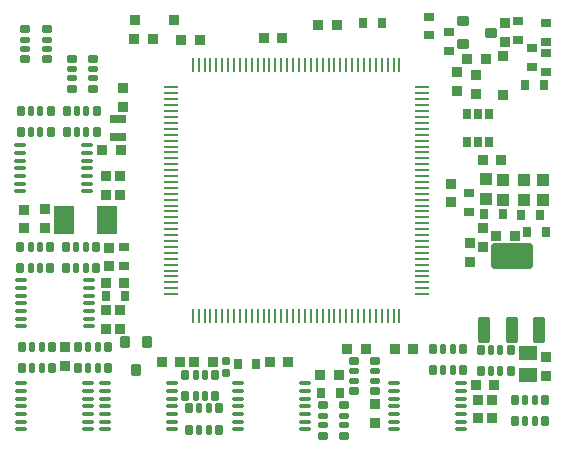
<source format=gtp>
G04*
G04 #@! TF.GenerationSoftware,Altium Limited,Altium Designer,20.2.7 (254)*
G04*
G04 Layer_Color=8421504*
%FSLAX25Y25*%
%MOIN*%
G70*
G04*
G04 #@! TF.SameCoordinates,3777F252-AF5A-4096-8F86-E26498AB5466*
G04*
G04*
G04 #@! TF.FilePolarity,Positive*
G04*
G01*
G75*
G04:AMPARAMS|DCode=17|XSize=27.56mil|YSize=36.22mil|CornerRadius=2.76mil|HoleSize=0mil|Usage=FLASHONLY|Rotation=180.000|XOffset=0mil|YOffset=0mil|HoleType=Round|Shape=RoundedRectangle|*
%AMROUNDEDRECTD17*
21,1,0.02756,0.03071,0,0,180.0*
21,1,0.02205,0.03622,0,0,180.0*
1,1,0.00551,-0.01102,0.01535*
1,1,0.00551,0.01102,0.01535*
1,1,0.00551,0.01102,-0.01535*
1,1,0.00551,-0.01102,-0.01535*
%
%ADD17ROUNDEDRECTD17*%
G04:AMPARAMS|DCode=18|XSize=23.62mil|YSize=35.43mil|CornerRadius=2.36mil|HoleSize=0mil|Usage=FLASHONLY|Rotation=180.000|XOffset=0mil|YOffset=0mil|HoleType=Round|Shape=RoundedRectangle|*
%AMROUNDEDRECTD18*
21,1,0.02362,0.03071,0,0,180.0*
21,1,0.01890,0.03543,0,0,180.0*
1,1,0.00472,-0.00945,0.01535*
1,1,0.00472,0.00945,0.01535*
1,1,0.00472,0.00945,-0.01535*
1,1,0.00472,-0.00945,-0.01535*
%
%ADD18ROUNDEDRECTD18*%
G04:AMPARAMS|DCode=19|XSize=33.47mil|YSize=33.47mil|CornerRadius=3.35mil|HoleSize=0mil|Usage=FLASHONLY|Rotation=180.000|XOffset=0mil|YOffset=0mil|HoleType=Round|Shape=RoundedRectangle|*
%AMROUNDEDRECTD19*
21,1,0.03347,0.02677,0,0,180.0*
21,1,0.02677,0.03347,0,0,180.0*
1,1,0.00669,-0.01339,0.01339*
1,1,0.00669,0.01339,0.01339*
1,1,0.00669,0.01339,-0.01339*
1,1,0.00669,-0.01339,-0.01339*
%
%ADD19ROUNDEDRECTD19*%
G04:AMPARAMS|DCode=20|XSize=27.56mil|YSize=36.22mil|CornerRadius=2.76mil|HoleSize=0mil|Usage=FLASHONLY|Rotation=270.000|XOffset=0mil|YOffset=0mil|HoleType=Round|Shape=RoundedRectangle|*
%AMROUNDEDRECTD20*
21,1,0.02756,0.03071,0,0,270.0*
21,1,0.02205,0.03622,0,0,270.0*
1,1,0.00551,-0.01535,-0.01102*
1,1,0.00551,-0.01535,0.01102*
1,1,0.00551,0.01535,0.01102*
1,1,0.00551,0.01535,-0.01102*
%
%ADD20ROUNDEDRECTD20*%
%ADD21O,0.05118X0.00866*%
%ADD22O,0.00866X0.05118*%
G04:AMPARAMS|DCode=23|XSize=27.56mil|YSize=23.62mil|CornerRadius=2.36mil|HoleSize=0mil|Usage=FLASHONLY|Rotation=180.000|XOffset=0mil|YOffset=0mil|HoleType=Round|Shape=RoundedRectangle|*
%AMROUNDEDRECTD23*
21,1,0.02756,0.01890,0,0,180.0*
21,1,0.02284,0.02362,0,0,180.0*
1,1,0.00472,-0.01142,0.00945*
1,1,0.00472,0.01142,0.00945*
1,1,0.00472,0.01142,-0.00945*
1,1,0.00472,-0.01142,-0.00945*
%
%ADD23ROUNDEDRECTD23*%
G04:AMPARAMS|DCode=24|XSize=137.8mil|YSize=84.65mil|CornerRadius=8.47mil|HoleSize=0mil|Usage=FLASHONLY|Rotation=0.000|XOffset=0mil|YOffset=0mil|HoleType=Round|Shape=RoundedRectangle|*
%AMROUNDEDRECTD24*
21,1,0.13780,0.06772,0,0,0.0*
21,1,0.12087,0.08465,0,0,0.0*
1,1,0.01693,0.06043,-0.03386*
1,1,0.01693,-0.06043,-0.03386*
1,1,0.01693,-0.06043,0.03386*
1,1,0.01693,0.06043,0.03386*
%
%ADD24ROUNDEDRECTD24*%
G04:AMPARAMS|DCode=25|XSize=43.31mil|YSize=84.65mil|CornerRadius=4.33mil|HoleSize=0mil|Usage=FLASHONLY|Rotation=0.000|XOffset=0mil|YOffset=0mil|HoleType=Round|Shape=RoundedRectangle|*
%AMROUNDEDRECTD25*
21,1,0.04331,0.07598,0,0,0.0*
21,1,0.03465,0.08465,0,0,0.0*
1,1,0.00866,0.01732,-0.03799*
1,1,0.00866,-0.01732,-0.03799*
1,1,0.00866,-0.01732,0.03799*
1,1,0.00866,0.01732,0.03799*
%
%ADD25ROUNDEDRECTD25*%
G04:AMPARAMS|DCode=26|XSize=43.31mil|YSize=84.65mil|CornerRadius=4.33mil|HoleSize=0mil|Usage=FLASHONLY|Rotation=0.000|XOffset=0mil|YOffset=0mil|HoleType=Round|Shape=RoundedRectangle|*
%AMROUNDEDRECTD26*
21,1,0.04331,0.07599,0,0,0.0*
21,1,0.03465,0.08465,0,0,0.0*
1,1,0.00866,0.01732,-0.03799*
1,1,0.00866,-0.01732,-0.03799*
1,1,0.00866,-0.01732,0.03799*
1,1,0.00866,0.01732,0.03799*
%
%ADD26ROUNDEDRECTD26*%
%ADD27O,0.04331X0.01181*%
G04:AMPARAMS|DCode=28|XSize=33.47mil|YSize=33.47mil|CornerRadius=3.35mil|HoleSize=0mil|Usage=FLASHONLY|Rotation=270.000|XOffset=0mil|YOffset=0mil|HoleType=Round|Shape=RoundedRectangle|*
%AMROUNDEDRECTD28*
21,1,0.03347,0.02677,0,0,270.0*
21,1,0.02677,0.03347,0,0,270.0*
1,1,0.00669,-0.01339,-0.01339*
1,1,0.00669,-0.01339,0.01339*
1,1,0.00669,0.01339,0.01339*
1,1,0.00669,0.01339,-0.01339*
%
%ADD28ROUNDEDRECTD28*%
G04:AMPARAMS|DCode=29|XSize=39.37mil|YSize=43.31mil|CornerRadius=3.94mil|HoleSize=0mil|Usage=FLASHONLY|Rotation=270.000|XOffset=0mil|YOffset=0mil|HoleType=Round|Shape=RoundedRectangle|*
%AMROUNDEDRECTD29*
21,1,0.03937,0.03543,0,0,270.0*
21,1,0.03150,0.04331,0,0,270.0*
1,1,0.00787,-0.01772,-0.01575*
1,1,0.00787,-0.01772,0.01575*
1,1,0.00787,0.01772,0.01575*
1,1,0.00787,0.01772,-0.01575*
%
%ADD29ROUNDEDRECTD29*%
%ADD30R,0.05906X0.05118*%
G04:AMPARAMS|DCode=31|XSize=35.43mil|YSize=37.4mil|CornerRadius=3.54mil|HoleSize=0mil|Usage=FLASHONLY|Rotation=270.000|XOffset=0mil|YOffset=0mil|HoleType=Round|Shape=RoundedRectangle|*
%AMROUNDEDRECTD31*
21,1,0.03543,0.03032,0,0,270.0*
21,1,0.02835,0.03740,0,0,270.0*
1,1,0.00709,-0.01516,-0.01417*
1,1,0.00709,-0.01516,0.01417*
1,1,0.00709,0.01516,0.01417*
1,1,0.00709,0.01516,-0.01417*
%
%ADD31ROUNDEDRECTD31*%
G04:AMPARAMS|DCode=32|XSize=35.43mil|YSize=37.4mil|CornerRadius=3.54mil|HoleSize=0mil|Usage=FLASHONLY|Rotation=270.000|XOffset=0mil|YOffset=0mil|HoleType=Round|Shape=RoundedRectangle|*
%AMROUNDEDRECTD32*
21,1,0.03543,0.03032,0,0,270.0*
21,1,0.02835,0.03740,0,0,270.0*
1,1,0.00709,-0.01516,-0.01417*
1,1,0.00709,-0.01516,0.01417*
1,1,0.00709,0.01516,0.01417*
1,1,0.00709,0.01516,-0.01417*
%
%ADD32ROUNDEDRECTD32*%
%ADD33R,0.06693X0.09449*%
G04:AMPARAMS|DCode=34|XSize=25.59mil|YSize=31.5mil|CornerRadius=2.56mil|HoleSize=0mil|Usage=FLASHONLY|Rotation=0.000|XOffset=0mil|YOffset=0mil|HoleType=Round|Shape=RoundedRectangle|*
%AMROUNDEDRECTD34*
21,1,0.02559,0.02638,0,0,0.0*
21,1,0.02047,0.03150,0,0,0.0*
1,1,0.00512,0.01024,-0.01319*
1,1,0.00512,-0.01024,-0.01319*
1,1,0.00512,-0.01024,0.01319*
1,1,0.00512,0.01024,0.01319*
%
%ADD34ROUNDEDRECTD34*%
G04:AMPARAMS|DCode=35|XSize=17.72mil|YSize=31.5mil|CornerRadius=1.77mil|HoleSize=0mil|Usage=FLASHONLY|Rotation=0.000|XOffset=0mil|YOffset=0mil|HoleType=Round|Shape=RoundedRectangle|*
%AMROUNDEDRECTD35*
21,1,0.01772,0.02795,0,0,0.0*
21,1,0.01417,0.03150,0,0,0.0*
1,1,0.00354,0.00709,-0.01398*
1,1,0.00354,-0.00709,-0.01398*
1,1,0.00354,-0.00709,0.01398*
1,1,0.00354,0.00709,0.01398*
%
%ADD35ROUNDEDRECTD35*%
G04:AMPARAMS|DCode=36|XSize=35.83mil|YSize=33.47mil|CornerRadius=3.35mil|HoleSize=0mil|Usage=FLASHONLY|Rotation=270.000|XOffset=0mil|YOffset=0mil|HoleType=Round|Shape=RoundedRectangle|*
%AMROUNDEDRECTD36*
21,1,0.03583,0.02677,0,0,270.0*
21,1,0.02913,0.03347,0,0,270.0*
1,1,0.00669,-0.01339,-0.01457*
1,1,0.00669,-0.01339,0.01457*
1,1,0.00669,0.01339,0.01457*
1,1,0.00669,0.01339,-0.01457*
%
%ADD36ROUNDEDRECTD36*%
G04:AMPARAMS|DCode=37|XSize=35.43mil|YSize=37.4mil|CornerRadius=3.54mil|HoleSize=0mil|Usage=FLASHONLY|Rotation=180.000|XOffset=0mil|YOffset=0mil|HoleType=Round|Shape=RoundedRectangle|*
%AMROUNDEDRECTD37*
21,1,0.03543,0.03032,0,0,180.0*
21,1,0.02835,0.03740,0,0,180.0*
1,1,0.00709,-0.01417,0.01516*
1,1,0.00709,0.01417,0.01516*
1,1,0.00709,0.01417,-0.01516*
1,1,0.00709,-0.01417,-0.01516*
%
%ADD37ROUNDEDRECTD37*%
G04:AMPARAMS|DCode=38|XSize=35.43mil|YSize=37.4mil|CornerRadius=3.54mil|HoleSize=0mil|Usage=FLASHONLY|Rotation=180.000|XOffset=0mil|YOffset=0mil|HoleType=Round|Shape=RoundedRectangle|*
%AMROUNDEDRECTD38*
21,1,0.03543,0.03032,0,0,180.0*
21,1,0.02835,0.03740,0,0,180.0*
1,1,0.00709,-0.01417,0.01516*
1,1,0.00709,0.01417,0.01516*
1,1,0.00709,0.01417,-0.01516*
1,1,0.00709,-0.01417,-0.01516*
%
%ADD38ROUNDEDRECTD38*%
G04:AMPARAMS|DCode=39|XSize=25.59mil|YSize=31.5mil|CornerRadius=2.56mil|HoleSize=0mil|Usage=FLASHONLY|Rotation=270.000|XOffset=0mil|YOffset=0mil|HoleType=Round|Shape=RoundedRectangle|*
%AMROUNDEDRECTD39*
21,1,0.02559,0.02638,0,0,270.0*
21,1,0.02047,0.03150,0,0,270.0*
1,1,0.00512,-0.01319,-0.01024*
1,1,0.00512,-0.01319,0.01024*
1,1,0.00512,0.01319,0.01024*
1,1,0.00512,0.01319,-0.01024*
%
%ADD39ROUNDEDRECTD39*%
G04:AMPARAMS|DCode=40|XSize=17.72mil|YSize=31.5mil|CornerRadius=1.77mil|HoleSize=0mil|Usage=FLASHONLY|Rotation=270.000|XOffset=0mil|YOffset=0mil|HoleType=Round|Shape=RoundedRectangle|*
%AMROUNDEDRECTD40*
21,1,0.01772,0.02795,0,0,270.0*
21,1,0.01417,0.03150,0,0,270.0*
1,1,0.00354,-0.01398,-0.00709*
1,1,0.00354,-0.01398,0.00709*
1,1,0.00354,0.01398,0.00709*
1,1,0.00354,0.01398,-0.00709*
%
%ADD40ROUNDEDRECTD40*%
G04:AMPARAMS|DCode=41|XSize=27.56mil|YSize=55.12mil|CornerRadius=2.76mil|HoleSize=0mil|Usage=FLASHONLY|Rotation=270.000|XOffset=0mil|YOffset=0mil|HoleType=Round|Shape=RoundedRectangle|*
%AMROUNDEDRECTD41*
21,1,0.02756,0.04961,0,0,270.0*
21,1,0.02205,0.05512,0,0,270.0*
1,1,0.00551,-0.02480,-0.01102*
1,1,0.00551,-0.02480,0.01102*
1,1,0.00551,0.02480,0.01102*
1,1,0.00551,0.02480,-0.01102*
%
%ADD41ROUNDEDRECTD41*%
G04:AMPARAMS|DCode=42|XSize=35.83mil|YSize=33.47mil|CornerRadius=3.35mil|HoleSize=0mil|Usage=FLASHONLY|Rotation=180.000|XOffset=0mil|YOffset=0mil|HoleType=Round|Shape=RoundedRectangle|*
%AMROUNDEDRECTD42*
21,1,0.03583,0.02677,0,0,180.0*
21,1,0.02913,0.03347,0,0,180.0*
1,1,0.00669,-0.01457,0.01339*
1,1,0.00669,0.01457,0.01339*
1,1,0.00669,0.01457,-0.01339*
1,1,0.00669,-0.01457,-0.01339*
%
%ADD42ROUNDEDRECTD42*%
D17*
X110827Y17323D02*
D03*
X104527D02*
D03*
X82874Y27264D02*
D03*
X76575D02*
D03*
X165157Y76968D02*
D03*
X158858D02*
D03*
X118259Y140657D02*
D03*
X124559D02*
D03*
X171063Y76772D02*
D03*
X177362D02*
D03*
X173032Y71260D02*
D03*
X179331D02*
D03*
X38878Y49705D02*
D03*
X32579D02*
D03*
X178642Y120177D02*
D03*
X172343D02*
D03*
D18*
X160531Y100984D02*
D03*
X156791D02*
D03*
X153051D02*
D03*
Y110433D02*
D03*
X156791D02*
D03*
X160531D02*
D03*
D19*
X87244Y27854D02*
D03*
X93465D02*
D03*
X162165Y20079D02*
D03*
X155945D02*
D03*
X159409Y128740D02*
D03*
X153189D02*
D03*
X168957Y69882D02*
D03*
X162736D02*
D03*
X68386Y27854D02*
D03*
X62165D02*
D03*
X135197Y32185D02*
D03*
X128976D02*
D03*
X48287Y135433D02*
D03*
X42067D02*
D03*
X164527Y95177D02*
D03*
X158307D02*
D03*
X57441Y27756D02*
D03*
X51220D02*
D03*
X110394Y23425D02*
D03*
X104173D02*
D03*
X57717Y135039D02*
D03*
X63937D02*
D03*
X91496Y135827D02*
D03*
X85276D02*
D03*
X109705Y140256D02*
D03*
X103484D02*
D03*
X113031Y32087D02*
D03*
X119252D02*
D03*
X31437Y98523D02*
D03*
X37657D02*
D03*
X38839Y54232D02*
D03*
X32618D02*
D03*
D20*
X153543Y77756D02*
D03*
Y84055D02*
D03*
X147146Y137894D02*
D03*
Y131594D02*
D03*
X140525Y136614D02*
D03*
Y142913D02*
D03*
X170177Y135236D02*
D03*
Y141535D02*
D03*
X179232Y124409D02*
D03*
Y130709D02*
D03*
X179232Y134547D02*
D03*
Y140846D02*
D03*
X174606Y125984D02*
D03*
Y132283D02*
D03*
X38583Y66043D02*
D03*
Y59744D02*
D03*
D21*
X54232Y119291D02*
D03*
Y117323D02*
D03*
Y115354D02*
D03*
Y113386D02*
D03*
Y111417D02*
D03*
Y109449D02*
D03*
Y107480D02*
D03*
Y105512D02*
D03*
Y103543D02*
D03*
Y101575D02*
D03*
Y99606D02*
D03*
Y97638D02*
D03*
Y95669D02*
D03*
Y93701D02*
D03*
Y91732D02*
D03*
Y89764D02*
D03*
Y87795D02*
D03*
Y85827D02*
D03*
Y83858D02*
D03*
Y81890D02*
D03*
Y79921D02*
D03*
Y77953D02*
D03*
Y75984D02*
D03*
Y74016D02*
D03*
Y72047D02*
D03*
Y70079D02*
D03*
Y68110D02*
D03*
Y66142D02*
D03*
Y64173D02*
D03*
Y62205D02*
D03*
Y60236D02*
D03*
Y58268D02*
D03*
Y56299D02*
D03*
Y54331D02*
D03*
Y52362D02*
D03*
Y50394D02*
D03*
X137894D02*
D03*
Y52362D02*
D03*
Y54331D02*
D03*
Y56299D02*
D03*
Y58268D02*
D03*
Y60236D02*
D03*
Y62205D02*
D03*
Y64173D02*
D03*
Y66142D02*
D03*
Y68110D02*
D03*
Y70079D02*
D03*
Y72047D02*
D03*
Y74016D02*
D03*
Y75984D02*
D03*
Y77953D02*
D03*
Y79921D02*
D03*
Y81890D02*
D03*
Y83858D02*
D03*
Y85827D02*
D03*
Y87795D02*
D03*
Y89764D02*
D03*
Y91732D02*
D03*
Y93701D02*
D03*
Y95669D02*
D03*
Y97638D02*
D03*
Y99606D02*
D03*
Y101575D02*
D03*
Y103543D02*
D03*
Y105512D02*
D03*
Y107480D02*
D03*
Y109449D02*
D03*
Y111417D02*
D03*
Y113386D02*
D03*
Y115354D02*
D03*
Y117323D02*
D03*
Y119291D02*
D03*
D22*
X61614Y43012D02*
D03*
X63583D02*
D03*
X65551D02*
D03*
X67520D02*
D03*
X69488D02*
D03*
X71457D02*
D03*
X73425D02*
D03*
X75394D02*
D03*
X77362D02*
D03*
X79331D02*
D03*
X81299D02*
D03*
X83268D02*
D03*
X85236D02*
D03*
X87205D02*
D03*
X89173D02*
D03*
X91142D02*
D03*
X93110D02*
D03*
X95079D02*
D03*
X97047D02*
D03*
X99016D02*
D03*
X100984D02*
D03*
X102953D02*
D03*
X104921D02*
D03*
X106890D02*
D03*
X108858D02*
D03*
X110827D02*
D03*
X112795D02*
D03*
X114764D02*
D03*
X116732D02*
D03*
X118701D02*
D03*
X120669D02*
D03*
X122638D02*
D03*
X124606D02*
D03*
X126575D02*
D03*
X128543D02*
D03*
X130512D02*
D03*
Y126673D02*
D03*
X128543D02*
D03*
X126575D02*
D03*
X124606D02*
D03*
X122638D02*
D03*
X120669D02*
D03*
X118701D02*
D03*
X116732D02*
D03*
X114764D02*
D03*
X112795D02*
D03*
X110827D02*
D03*
X108858D02*
D03*
X106890D02*
D03*
X104921D02*
D03*
X102953D02*
D03*
X100984D02*
D03*
X99016D02*
D03*
X97047D02*
D03*
X95079D02*
D03*
X93110D02*
D03*
X91142D02*
D03*
X89173D02*
D03*
X87205D02*
D03*
X85236D02*
D03*
X83268D02*
D03*
X81299D02*
D03*
X79331D02*
D03*
X77362D02*
D03*
X75394D02*
D03*
X73425D02*
D03*
X71457D02*
D03*
X69488D02*
D03*
X67520D02*
D03*
X65551D02*
D03*
X63583D02*
D03*
X61614D02*
D03*
D23*
X72835Y24213D02*
D03*
Y28150D02*
D03*
D24*
X167913Y62992D02*
D03*
D25*
X176969Y38583D02*
D03*
X158858D02*
D03*
D26*
X167913D02*
D03*
D27*
X150984Y5315D02*
D03*
Y7874D02*
D03*
Y10433D02*
D03*
Y12992D02*
D03*
Y15551D02*
D03*
Y18110D02*
D03*
Y20669D02*
D03*
X128543Y5315D02*
D03*
Y7874D02*
D03*
Y10433D02*
D03*
Y12992D02*
D03*
Y15551D02*
D03*
Y18110D02*
D03*
Y20669D02*
D03*
X26969Y39665D02*
D03*
Y42224D02*
D03*
Y44783D02*
D03*
Y47343D02*
D03*
Y49902D02*
D03*
Y52461D02*
D03*
Y55020D02*
D03*
X4527Y39665D02*
D03*
Y42224D02*
D03*
Y44783D02*
D03*
Y47343D02*
D03*
Y49902D02*
D03*
Y52461D02*
D03*
Y55020D02*
D03*
X26476Y84646D02*
D03*
Y87205D02*
D03*
Y89764D02*
D03*
Y92323D02*
D03*
Y94882D02*
D03*
Y97441D02*
D03*
Y100000D02*
D03*
X4035Y84646D02*
D03*
Y87205D02*
D03*
Y89764D02*
D03*
Y92323D02*
D03*
Y94882D02*
D03*
Y97441D02*
D03*
Y100000D02*
D03*
X32284Y20669D02*
D03*
Y18110D02*
D03*
Y15551D02*
D03*
Y12992D02*
D03*
Y10433D02*
D03*
Y7874D02*
D03*
Y5315D02*
D03*
X54724Y20669D02*
D03*
Y18110D02*
D03*
Y15551D02*
D03*
Y12992D02*
D03*
Y10433D02*
D03*
Y7874D02*
D03*
Y5315D02*
D03*
X76575Y20669D02*
D03*
Y18110D02*
D03*
Y15551D02*
D03*
Y12992D02*
D03*
Y10433D02*
D03*
Y7874D02*
D03*
Y5315D02*
D03*
X99016Y20669D02*
D03*
Y18110D02*
D03*
Y15551D02*
D03*
Y12992D02*
D03*
Y10433D02*
D03*
Y7874D02*
D03*
Y5315D02*
D03*
X26673D02*
D03*
Y7874D02*
D03*
Y10433D02*
D03*
Y12992D02*
D03*
Y15551D02*
D03*
Y18110D02*
D03*
Y20669D02*
D03*
X4232Y5315D02*
D03*
Y7874D02*
D03*
Y10433D02*
D03*
Y12992D02*
D03*
Y15551D02*
D03*
Y18110D02*
D03*
Y20669D02*
D03*
D28*
X165650Y134488D02*
D03*
Y140709D02*
D03*
X179429Y29488D02*
D03*
Y23268D02*
D03*
X149606Y124468D02*
D03*
Y118248D02*
D03*
X37303Y89823D02*
D03*
Y83602D02*
D03*
X156201Y123386D02*
D03*
Y117165D02*
D03*
X122343Y13740D02*
D03*
Y7520D02*
D03*
X156791Y15217D02*
D03*
Y8996D02*
D03*
X161221Y8996D02*
D03*
Y15216D02*
D03*
X12500Y72480D02*
D03*
Y78701D02*
D03*
X32776Y89823D02*
D03*
Y83602D02*
D03*
X37402Y45138D02*
D03*
Y38917D02*
D03*
X158366Y66181D02*
D03*
Y72402D02*
D03*
X32579Y45039D02*
D03*
Y38819D02*
D03*
X18996Y32638D02*
D03*
Y26417D02*
D03*
X5413Y78602D02*
D03*
Y72382D02*
D03*
X147638Y87264D02*
D03*
Y81043D02*
D03*
X154035Y61162D02*
D03*
Y67382D02*
D03*
X33760Y65905D02*
D03*
Y59685D02*
D03*
X38484Y112736D02*
D03*
Y118957D02*
D03*
D29*
X178445Y81693D02*
D03*
Y88386D02*
D03*
X164961Y88484D02*
D03*
Y81791D02*
D03*
X172146Y81693D02*
D03*
Y88386D02*
D03*
X159232Y88681D02*
D03*
Y81988D02*
D03*
D30*
X173228Y30807D02*
D03*
Y23327D02*
D03*
D31*
X151850Y141339D02*
D03*
X161102Y137599D02*
D03*
D32*
X151850Y133858D02*
D03*
D33*
X33169Y75099D02*
D03*
X18602D02*
D03*
D34*
X168996Y8169D02*
D03*
Y15256D02*
D03*
X179035D02*
D03*
Y8169D02*
D03*
X167618Y24705D02*
D03*
Y31791D02*
D03*
X157579D02*
D03*
Y24705D02*
D03*
X19390Y59153D02*
D03*
Y66240D02*
D03*
X29429D02*
D03*
Y59153D02*
D03*
X14173Y59154D02*
D03*
Y66240D02*
D03*
X4134D02*
D03*
Y59154D02*
D03*
X23327Y25787D02*
D03*
Y32874D02*
D03*
X33366D02*
D03*
Y25787D02*
D03*
X14665D02*
D03*
Y32874D02*
D03*
X4626D02*
D03*
Y25787D02*
D03*
X19587Y104331D02*
D03*
Y111417D02*
D03*
X29626D02*
D03*
Y104331D02*
D03*
X151772Y25000D02*
D03*
Y32087D02*
D03*
X141732D02*
D03*
Y25000D02*
D03*
X4232Y104331D02*
D03*
Y111417D02*
D03*
X14272D02*
D03*
Y104331D02*
D03*
X59153Y23524D02*
D03*
Y16437D02*
D03*
X69193D02*
D03*
Y23524D02*
D03*
X70374Y5217D02*
D03*
Y12303D02*
D03*
X60335D02*
D03*
Y5217D02*
D03*
D35*
X172441Y8169D02*
D03*
X175591D02*
D03*
Y15256D02*
D03*
X172441D02*
D03*
X161024Y31791D02*
D03*
X164173D02*
D03*
Y24705D02*
D03*
X161024D02*
D03*
X22835Y59153D02*
D03*
X25984D02*
D03*
Y66240D02*
D03*
X22835D02*
D03*
X7579Y66240D02*
D03*
X10728D02*
D03*
Y59154D02*
D03*
X7579D02*
D03*
X26772Y25787D02*
D03*
X29921D02*
D03*
Y32874D02*
D03*
X26772D02*
D03*
X8071D02*
D03*
X11221D02*
D03*
Y25787D02*
D03*
X8071D02*
D03*
X23032Y104331D02*
D03*
X26181D02*
D03*
Y111417D02*
D03*
X23032D02*
D03*
X145177Y32087D02*
D03*
X148327D02*
D03*
Y25000D02*
D03*
X145177D02*
D03*
X7677Y104331D02*
D03*
X10827D02*
D03*
Y111417D02*
D03*
X7677D02*
D03*
X65748Y16437D02*
D03*
X62598D02*
D03*
Y23524D02*
D03*
X65748D02*
D03*
X63780Y12303D02*
D03*
X66929D02*
D03*
Y5217D02*
D03*
X63780D02*
D03*
D36*
X165157Y129921D02*
D03*
Y116929D02*
D03*
D37*
X42618Y25079D02*
D03*
X46358Y34331D02*
D03*
D38*
X38878D02*
D03*
D39*
X105118Y3248D02*
D03*
X112205D02*
D03*
Y13287D02*
D03*
X105118D02*
D03*
X115354Y18110D02*
D03*
X122441D02*
D03*
Y28150D02*
D03*
X115354D02*
D03*
X28504Y118877D02*
D03*
X21417D02*
D03*
Y128917D02*
D03*
X28504D02*
D03*
X12894Y128642D02*
D03*
X5807D02*
D03*
Y138681D02*
D03*
X12894D02*
D03*
D40*
X112205Y9843D02*
D03*
Y6693D02*
D03*
X105118D02*
D03*
Y9843D02*
D03*
X122441Y24705D02*
D03*
Y21555D02*
D03*
X115354D02*
D03*
Y24705D02*
D03*
X28504Y122322D02*
D03*
Y125472D02*
D03*
X21417D02*
D03*
Y122322D02*
D03*
X12894Y132087D02*
D03*
Y135236D02*
D03*
X5807D02*
D03*
Y132087D02*
D03*
D41*
X36614Y102756D02*
D03*
Y108661D02*
D03*
D42*
X42323Y141831D02*
D03*
X55315D02*
D03*
M02*

</source>
